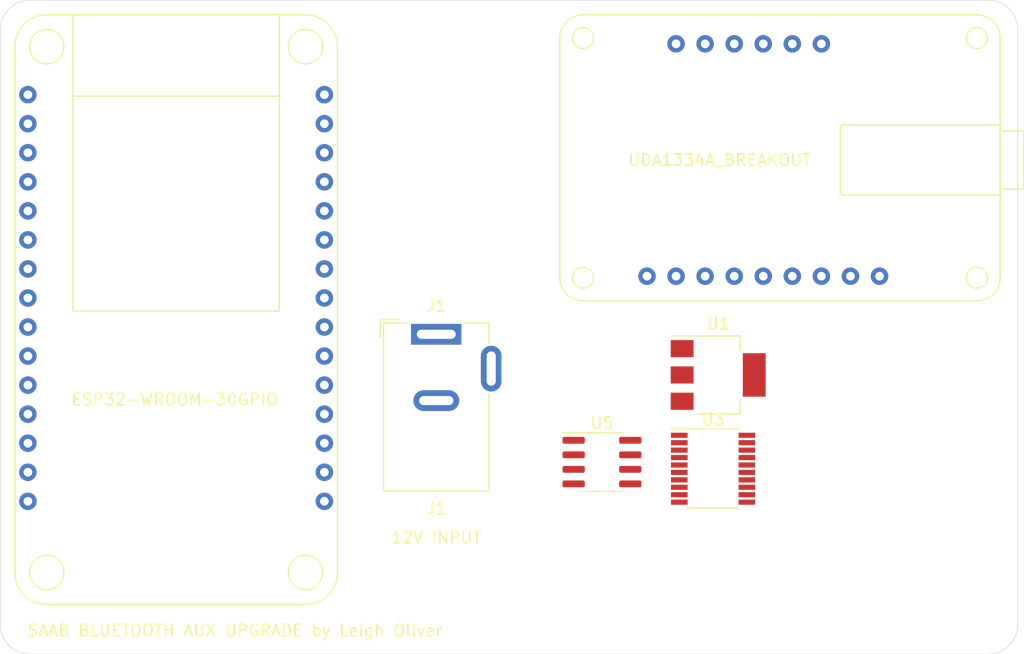
<source format=kicad_pcb>
(kicad_pcb (version 20171130) (host pcbnew 5.1.5-52549c5~86~ubuntu19.04.1)

  (general
    (thickness 1.6)
    (drawings 10)
    (tracks 0)
    (zones 0)
    (modules 6)
    (nets 14)
  )

  (page A4)
  (layers
    (0 F.Cu signal)
    (31 B.Cu signal)
    (32 B.Adhes user)
    (33 F.Adhes user)
    (34 B.Paste user)
    (35 F.Paste user)
    (36 B.SilkS user)
    (37 F.SilkS user)
    (38 B.Mask user)
    (39 F.Mask user)
    (40 Dwgs.User user)
    (41 Cmts.User user)
    (42 Eco1.User user)
    (43 Eco2.User user)
    (44 Edge.Cuts user)
    (45 Margin user)
    (46 B.CrtYd user)
    (47 F.CrtYd user)
    (48 B.Fab user)
    (49 F.Fab user)
  )

  (setup
    (last_trace_width 0.25)
    (user_trace_width 0.5)
    (user_trace_width 0.75)
    (trace_clearance 0.2)
    (zone_clearance 1)
    (zone_45_only no)
    (trace_min 0.2)
    (via_size 0.8)
    (via_drill 0.4)
    (via_min_size 0.4)
    (via_min_drill 0.3)
    (uvia_size 0.3)
    (uvia_drill 0.1)
    (uvias_allowed no)
    (uvia_min_size 0.2)
    (uvia_min_drill 0.1)
    (edge_width 0.05)
    (segment_width 0.2)
    (pcb_text_width 0.3)
    (pcb_text_size 1.5 1.5)
    (mod_edge_width 0.12)
    (mod_text_size 1 1)
    (mod_text_width 0.15)
    (pad_size 1.524 1.524)
    (pad_drill 0)
    (pad_to_mask_clearance 0.051)
    (solder_mask_min_width 0.25)
    (aux_axis_origin 0 0)
    (visible_elements FFFFFF7F)
    (pcbplotparams
      (layerselection 0x010fc_ffffffff)
      (usegerberextensions false)
      (usegerberattributes false)
      (usegerberadvancedattributes false)
      (creategerberjobfile false)
      (excludeedgelayer true)
      (linewidth 0.100000)
      (plotframeref false)
      (viasonmask false)
      (mode 1)
      (useauxorigin false)
      (hpglpennumber 1)
      (hpglpenspeed 20)
      (hpglpendiameter 15.000000)
      (psnegative false)
      (psa4output false)
      (plotreference true)
      (plotvalue true)
      (plotinvisibletext false)
      (padsonsilk false)
      (subtractmaskfromsilk false)
      (outputformat 1)
      (mirror false)
      (drillshape 0)
      (scaleselection 1)
      (outputdirectory "plot/"))
  )

  (net 0 "")
  (net 1 GND)
  (net 2 5VDC)
  (net 3 3VDC)
  (net 4 SPI_CS)
  (net 5 SPI_SCLK)
  (net 6 SPI_MISO)
  (net 7 I2S_DIN)
  (net 8 SPI_MOSI)
  (net 9 I2S_BCLK)
  (net 10 I2S_WSEL)
  (net 11 "Net-(J1-Pad1)")
  (net 12 "Net-(U3-Pad2)")
  (net 13 "Net-(U3-Pad1)")

  (net_class Default "This is the default net class."
    (clearance 0.2)
    (trace_width 0.25)
    (via_dia 0.8)
    (via_drill 0.4)
    (uvia_dia 0.3)
    (uvia_drill 0.1)
    (add_net 3VDC)
    (add_net 5VDC)
    (add_net GND)
    (add_net I2S_BCLK)
    (add_net I2S_DIN)
    (add_net I2S_WSEL)
    (add_net "Net-(C1-Pad1)")
    (add_net "Net-(C2-Pad1)")
    (add_net "Net-(J1-Pad1)")
    (add_net "Net-(R1-Pad1)")
    (add_net "Net-(R2-Pad1)")
    (add_net "Net-(U2-PadEN)")
    (add_net "Net-(U2-PadGPIO1)")
    (add_net "Net-(U2-PadGPIO12)")
    (add_net "Net-(U2-PadGPIO13)")
    (add_net "Net-(U2-PadGPIO14)")
    (add_net "Net-(U2-PadGPIO15)")
    (add_net "Net-(U2-PadGPIO16)")
    (add_net "Net-(U2-PadGPIO17)")
    (add_net "Net-(U2-PadGPIO2)")
    (add_net "Net-(U2-PadGPIO21)")
    (add_net "Net-(U2-PadGPIO27)")
    (add_net "Net-(U2-PadGPIO3)")
    (add_net "Net-(U2-PadGPIO32)")
    (add_net "Net-(U2-PadGPIO33)")
    (add_net "Net-(U2-PadGPIO34)")
    (add_net "Net-(U2-PadGPIO35)")
    (add_net "Net-(U2-PadGPIO36)")
    (add_net "Net-(U2-PadGPIO39)")
    (add_net "Net-(U2-PadGPIO4)")
    (add_net "Net-(U3-Pad1)")
    (add_net "Net-(U3-Pad11)")
    (add_net "Net-(U3-Pad12)")
    (add_net "Net-(U3-Pad13)")
    (add_net "Net-(U3-Pad15)")
    (add_net "Net-(U3-Pad2)")
    (add_net "Net-(U3-Pad3)")
    (add_net "Net-(U3-Pad4)")
    (add_net "Net-(U3-Pad5)")
    (add_net "Net-(U3-Pad6)")
    (add_net "Net-(U3-Pad7)")
    (add_net "Net-(U4-Pad3V0)")
    (add_net "Net-(U4-PadAGND)")
    (add_net "Net-(U4-PadDEEM)")
    (add_net "Net-(U4-PadLout)")
    (add_net "Net-(U4-PadMUTE)")
    (add_net "Net-(U4-PadPLL)")
    (add_net "Net-(U4-PadRout)")
    (add_net "Net-(U4-PadSCLK)")
    (add_net "Net-(U5-Pad5)")
    (add_net "Net-(U5-Pad6)")
    (add_net "Net-(U5-Pad7)")
    (add_net SPI_CS)
    (add_net SPI_MISO)
    (add_net SPI_MOSI)
    (add_net SPI_SCLK)
  )

  (module Package_SO:SOIC-8_3.9x4.9mm_P1.27mm (layer F.Cu) (tedit 5D9F72B1) (tstamp 5ED65BF9)
    (at 147.828 115.316)
    (descr "SOIC, 8 Pin (JEDEC MS-012AA, https://www.analog.com/media/en/package-pcb-resources/package/pkg_pdf/soic_narrow-r/r_8.pdf), generated with kicad-footprint-generator ipc_gullwing_generator.py")
    (tags "SOIC SO")
    (path /5ED6D1AD)
    (attr smd)
    (fp_text reference U5 (at 0 -3.4) (layer F.SilkS)
      (effects (font (size 1 1) (thickness 0.15)))
    )
    (fp_text value MCP2551-I-P (at 0 3.4) (layer F.Fab)
      (effects (font (size 1 1) (thickness 0.15)))
    )
    (fp_text user %R (at 0 0) (layer F.Fab)
      (effects (font (size 0.98 0.98) (thickness 0.15)))
    )
    (fp_line (start 3.7 -2.7) (end -3.7 -2.7) (layer F.CrtYd) (width 0.05))
    (fp_line (start 3.7 2.7) (end 3.7 -2.7) (layer F.CrtYd) (width 0.05))
    (fp_line (start -3.7 2.7) (end 3.7 2.7) (layer F.CrtYd) (width 0.05))
    (fp_line (start -3.7 -2.7) (end -3.7 2.7) (layer F.CrtYd) (width 0.05))
    (fp_line (start -1.95 -1.475) (end -0.975 -2.45) (layer F.Fab) (width 0.1))
    (fp_line (start -1.95 2.45) (end -1.95 -1.475) (layer F.Fab) (width 0.1))
    (fp_line (start 1.95 2.45) (end -1.95 2.45) (layer F.Fab) (width 0.1))
    (fp_line (start 1.95 -2.45) (end 1.95 2.45) (layer F.Fab) (width 0.1))
    (fp_line (start -0.975 -2.45) (end 1.95 -2.45) (layer F.Fab) (width 0.1))
    (fp_line (start 0 -2.56) (end -3.45 -2.56) (layer F.SilkS) (width 0.12))
    (fp_line (start 0 -2.56) (end 1.95 -2.56) (layer F.SilkS) (width 0.12))
    (fp_line (start 0 2.56) (end -1.95 2.56) (layer F.SilkS) (width 0.12))
    (fp_line (start 0 2.56) (end 1.95 2.56) (layer F.SilkS) (width 0.12))
    (pad 8 smd roundrect (at 2.475 -1.905) (size 1.95 0.6) (layers F.Cu F.Paste F.Mask) (roundrect_rratio 0.25))
    (pad 7 smd roundrect (at 2.475 -0.635) (size 1.95 0.6) (layers F.Cu F.Paste F.Mask) (roundrect_rratio 0.25))
    (pad 6 smd roundrect (at 2.475 0.635) (size 1.95 0.6) (layers F.Cu F.Paste F.Mask) (roundrect_rratio 0.25))
    (pad 5 smd roundrect (at 2.475 1.905) (size 1.95 0.6) (layers F.Cu F.Paste F.Mask) (roundrect_rratio 0.25))
    (pad 4 smd roundrect (at -2.475 1.905) (size 1.95 0.6) (layers F.Cu F.Paste F.Mask) (roundrect_rratio 0.25)
      (net 12 "Net-(U3-Pad2)"))
    (pad 3 smd roundrect (at -2.475 0.635) (size 1.95 0.6) (layers F.Cu F.Paste F.Mask) (roundrect_rratio 0.25)
      (net 2 5VDC))
    (pad 2 smd roundrect (at -2.475 -0.635) (size 1.95 0.6) (layers F.Cu F.Paste F.Mask) (roundrect_rratio 0.25)
      (net 1 GND))
    (pad 1 smd roundrect (at -2.475 -1.905) (size 1.95 0.6) (layers F.Cu F.Paste F.Mask) (roundrect_rratio 0.25)
      (net 13 "Net-(U3-Pad1)"))
    (model ${KISYS3DMOD}/Package_SO.3dshapes/SOIC-8_3.9x4.9mm_P1.27mm.wrl
      (at (xyz 0 0 0))
      (scale (xyz 1 1 1))
      (rotate (xyz 0 0 0))
    )
  )

  (module Package_SO:TSSOP-20_4.4x6.5mm_P0.65mm (layer F.Cu) (tedit 5A02F25C) (tstamp 5ED65B93)
    (at 157.538 115.896)
    (descr "20-Lead Plastic Thin Shrink Small Outline (ST)-4.4 mm Body [TSSOP] (see Microchip Packaging Specification 00000049BS.pdf)")
    (tags "SSOP 0.65")
    (path /5ED6B86A)
    (attr smd)
    (fp_text reference U3 (at 0 -4.3) (layer F.SilkS)
      (effects (font (size 1 1) (thickness 0.15)))
    )
    (fp_text value MCP2515-xST (at 0 4.3) (layer F.Fab)
      (effects (font (size 1 1) (thickness 0.15)))
    )
    (fp_text user %R (at 0 0) (layer F.Fab)
      (effects (font (size 0.8 0.8) (thickness 0.15)))
    )
    (fp_line (start -3.75 -3.45) (end 2.225 -3.45) (layer F.SilkS) (width 0.15))
    (fp_line (start -2.225 3.45) (end 2.225 3.45) (layer F.SilkS) (width 0.15))
    (fp_line (start -3.95 3.55) (end 3.95 3.55) (layer F.CrtYd) (width 0.05))
    (fp_line (start -3.95 -3.55) (end 3.95 -3.55) (layer F.CrtYd) (width 0.05))
    (fp_line (start 3.95 -3.55) (end 3.95 3.55) (layer F.CrtYd) (width 0.05))
    (fp_line (start -3.95 -3.55) (end -3.95 3.55) (layer F.CrtYd) (width 0.05))
    (fp_line (start -2.2 -2.25) (end -1.2 -3.25) (layer F.Fab) (width 0.15))
    (fp_line (start -2.2 3.25) (end -2.2 -2.25) (layer F.Fab) (width 0.15))
    (fp_line (start 2.2 3.25) (end -2.2 3.25) (layer F.Fab) (width 0.15))
    (fp_line (start 2.2 -3.25) (end 2.2 3.25) (layer F.Fab) (width 0.15))
    (fp_line (start -1.2 -3.25) (end 2.2 -3.25) (layer F.Fab) (width 0.15))
    (pad 20 smd rect (at 2.95 -2.925) (size 1.45 0.45) (layers F.Cu F.Paste F.Mask)
      (net 2 5VDC))
    (pad 19 smd rect (at 2.95 -2.275) (size 1.45 0.45) (layers F.Cu F.Paste F.Mask))
    (pad 18 smd rect (at 2.95 -1.625) (size 1.45 0.45) (layers F.Cu F.Paste F.Mask)
      (net 4 SPI_CS))
    (pad 17 smd rect (at 2.95 -0.975) (size 1.45 0.45) (layers F.Cu F.Paste F.Mask)
      (net 6 SPI_MISO))
    (pad 16 smd rect (at 2.95 -0.325) (size 1.45 0.45) (layers F.Cu F.Paste F.Mask)
      (net 8 SPI_MOSI))
    (pad 15 smd rect (at 2.95 0.325) (size 1.45 0.45) (layers F.Cu F.Paste F.Mask))
    (pad 14 smd rect (at 2.95 0.975) (size 1.45 0.45) (layers F.Cu F.Paste F.Mask)
      (net 5 SPI_SCLK))
    (pad 13 smd rect (at 2.95 1.625) (size 1.45 0.45) (layers F.Cu F.Paste F.Mask))
    (pad 12 smd rect (at 2.95 2.275) (size 1.45 0.45) (layers F.Cu F.Paste F.Mask))
    (pad 11 smd rect (at 2.95 2.925) (size 1.45 0.45) (layers F.Cu F.Paste F.Mask))
    (pad 10 smd rect (at -2.95 2.925) (size 1.45 0.45) (layers F.Cu F.Paste F.Mask)
      (net 1 GND))
    (pad 9 smd rect (at -2.95 2.275) (size 1.45 0.45) (layers F.Cu F.Paste F.Mask))
    (pad 8 smd rect (at -2.95 1.625) (size 1.45 0.45) (layers F.Cu F.Paste F.Mask))
    (pad 7 smd rect (at -2.95 0.975) (size 1.45 0.45) (layers F.Cu F.Paste F.Mask))
    (pad 6 smd rect (at -2.95 0.325) (size 1.45 0.45) (layers F.Cu F.Paste F.Mask))
    (pad 5 smd rect (at -2.95 -0.325) (size 1.45 0.45) (layers F.Cu F.Paste F.Mask))
    (pad 4 smd rect (at -2.95 -0.975) (size 1.45 0.45) (layers F.Cu F.Paste F.Mask))
    (pad 3 smd rect (at -2.95 -1.625) (size 1.45 0.45) (layers F.Cu F.Paste F.Mask))
    (pad 2 smd rect (at -2.95 -2.275) (size 1.45 0.45) (layers F.Cu F.Paste F.Mask)
      (net 12 "Net-(U3-Pad2)"))
    (pad 1 smd rect (at -2.95 -2.925) (size 1.45 0.45) (layers F.Cu F.Paste F.Mask)
      (net 13 "Net-(U3-Pad1)"))
    (model ${KISYS3DMOD}/Package_SO.3dshapes/TSSOP-20_4.4x6.5mm_P0.65mm.wrl
      (at (xyz 0 0 0))
      (scale (xyz 1 1 1))
      (rotate (xyz 0 0 0))
    )
  )

  (module Package_TO_SOT_SMD:SOT-223-3_TabPin2 (layer F.Cu) (tedit 5A02FF57) (tstamp 5ED65B0D)
    (at 157.988 107.696)
    (descr "module CMS SOT223 4 pins")
    (tags "CMS SOT")
    (path /5ED69E86)
    (attr smd)
    (fp_text reference U1 (at 0 -4.5) (layer F.SilkS)
      (effects (font (size 1 1) (thickness 0.15)))
    )
    (fp_text value MCP1703A-5002_SOT223 (at 0 4.5) (layer F.Fab)
      (effects (font (size 1 1) (thickness 0.15)))
    )
    (fp_line (start 1.85 -3.35) (end 1.85 3.35) (layer F.Fab) (width 0.1))
    (fp_line (start -1.85 3.35) (end 1.85 3.35) (layer F.Fab) (width 0.1))
    (fp_line (start -4.1 -3.41) (end 1.91 -3.41) (layer F.SilkS) (width 0.12))
    (fp_line (start -0.85 -3.35) (end 1.85 -3.35) (layer F.Fab) (width 0.1))
    (fp_line (start -1.85 3.41) (end 1.91 3.41) (layer F.SilkS) (width 0.12))
    (fp_line (start -1.85 -2.35) (end -1.85 3.35) (layer F.Fab) (width 0.1))
    (fp_line (start -1.85 -2.35) (end -0.85 -3.35) (layer F.Fab) (width 0.1))
    (fp_line (start -4.4 -3.6) (end -4.4 3.6) (layer F.CrtYd) (width 0.05))
    (fp_line (start -4.4 3.6) (end 4.4 3.6) (layer F.CrtYd) (width 0.05))
    (fp_line (start 4.4 3.6) (end 4.4 -3.6) (layer F.CrtYd) (width 0.05))
    (fp_line (start 4.4 -3.6) (end -4.4 -3.6) (layer F.CrtYd) (width 0.05))
    (fp_line (start 1.91 -3.41) (end 1.91 -2.15) (layer F.SilkS) (width 0.12))
    (fp_line (start 1.91 3.41) (end 1.91 2.15) (layer F.SilkS) (width 0.12))
    (fp_text user %R (at 0 0 90) (layer F.Fab)
      (effects (font (size 0.8 0.8) (thickness 0.12)))
    )
    (pad 1 smd rect (at -3.15 -2.3) (size 2 1.5) (layers F.Cu F.Paste F.Mask)
      (net 11 "Net-(J1-Pad1)"))
    (pad 3 smd rect (at -3.15 2.3) (size 2 1.5) (layers F.Cu F.Paste F.Mask)
      (net 2 5VDC))
    (pad 2 smd rect (at -3.15 0) (size 2 1.5) (layers F.Cu F.Paste F.Mask)
      (net 1 GND))
    (pad 2 smd rect (at 3.15 0) (size 2 3.8) (layers F.Cu F.Paste F.Mask)
      (net 1 GND))
    (model ${KISYS3DMOD}/Package_TO_SOT_SMD.3dshapes/SOT-223.wrl
      (at (xyz 0 0 0))
      (scale (xyz 1 1 1))
      (rotate (xyz 0 0 0))
    )
  )

  (module Connector_BarrelJack:BarrelJack_Wuerth_6941xx301002 (layer F.Cu) (tedit 5B191DE1) (tstamp 5EB31793)
    (at 133.35 104.14)
    (descr "Wuerth electronics barrel jack connector (5.5mm outher diameter, inner diameter 2.05mm or 2.55mm depending on exact order number), See: http://katalog.we-online.de/em/datasheet/6941xx301002.pdf")
    (tags "connector barrel jack")
    (path /5EB35333)
    (fp_text reference J1 (at 0 -2.5) (layer F.SilkS)
      (effects (font (size 1 1) (thickness 0.15)))
    )
    (fp_text value Barrel_Jack (at 0 15.5) (layer F.Fab)
      (effects (font (size 1 1) (thickness 0.15)))
    )
    (fp_line (start -4.6 -1) (end -2.5 -1) (layer F.SilkS) (width 0.12))
    (fp_line (start 6.2 0.5) (end 5 0.5) (layer F.CrtYd) (width 0.05))
    (fp_line (start 6.2 5.5) (end 5 5.5) (layer F.CrtYd) (width 0.05))
    (fp_line (start 6.2 0.5) (end 6.2 5.5) (layer F.CrtYd) (width 0.05))
    (fp_line (start 5 0.5) (end 5 -1.4) (layer F.CrtYd) (width 0.05))
    (fp_line (start -5 14.1) (end 5 14.1) (layer F.CrtYd) (width 0.05))
    (fp_line (start -5 -1.4) (end -5 14.1) (layer F.CrtYd) (width 0.05))
    (fp_line (start 5 -1.4) (end -5 -1.4) (layer F.CrtYd) (width 0.05))
    (fp_line (start -4.9 -1.3) (end -4.9 0.3) (layer F.SilkS) (width 0.12))
    (fp_line (start -3.2 -1.3) (end -4.9 -1.3) (layer F.SilkS) (width 0.12))
    (fp_line (start 4.6 -1) (end 4.6 0.8) (layer F.SilkS) (width 0.12))
    (fp_line (start 2.5 -1) (end 4.6 -1) (layer F.SilkS) (width 0.12))
    (fp_line (start -4.6 13.7) (end -4.6 -1) (layer F.SilkS) (width 0.12))
    (fp_line (start 4.6 13.7) (end -4.6 13.7) (layer F.SilkS) (width 0.12))
    (fp_text user %R (at 0 15.24) (layer F.SilkS)
      (effects (font (size 1 1) (thickness 0.15)))
    )
    (fp_line (start -4.5 13.6) (end -4.5 0.1) (layer F.Fab) (width 0.1))
    (fp_line (start 4.5 13.6) (end -4.5 13.6) (layer F.Fab) (width 0.1))
    (fp_line (start 4.5 -0.9) (end 4.5 13.6) (layer F.Fab) (width 0.1))
    (fp_line (start 4.5 -0.9) (end -3.5 -0.9) (layer F.Fab) (width 0.1))
    (fp_line (start -4.5 0.1) (end -3.5 -0.9) (layer F.Fab) (width 0.1))
    (fp_line (start 4.6 5.2) (end 4.6 13.7) (layer F.SilkS) (width 0.12))
    (fp_line (start 5 14.1) (end 5 5.5) (layer F.CrtYd) (width 0.05))
    (pad 1 thru_hole rect (at 0 0) (size 4.4 1.8) (drill oval 3.4 0.8) (layers *.Cu *.Mask)
      (net 11 "Net-(J1-Pad1)"))
    (pad 2 thru_hole oval (at 0 5.8) (size 4 1.8) (drill oval 3 0.8) (layers *.Cu *.Mask)
      (net 1 GND))
    (pad 3 thru_hole oval (at 4.8 3 90) (size 4 1.8) (drill oval 3 0.8) (layers *.Cu *.Mask))
    (model ${KISYS3DMOD}/Connector_BarrelJack.3dshapes/BarrelJack_Wuerth_6941xx301002.wrl
      (at (xyz 0 0 0))
      (scale (xyz 1 1 1))
      (rotate (xyz 0 0 0))
    )
  )

  (module custom_footprints:UDA1334A-Breakout (layer F.Cu) (tedit 5EB28740) (tstamp 5EA5F161)
    (at 161.925 88.9)
    (path /5EA5F0CB)
    (fp_text reference U4 (at 0 0.5) (layer F.SilkS) hide
      (effects (font (size 1 1) (thickness 0.15)))
    )
    (fp_text value UDA1334A_BREAKOUT (at -3.81 0) (layer F.SilkS)
      (effects (font (size 1 1) (thickness 0.15)))
    )
    (fp_line (start 22.733 2.54) (end 20.701 2.54) (layer F.SilkS) (width 0.12))
    (fp_line (start 22.733 -2.54) (end 20.701 -2.54) (layer F.SilkS) (width 0.12))
    (fp_line (start 22.733 -2.54) (end 22.733 2.54) (layer F.SilkS) (width 0.12))
    (fp_line (start 6.731 -3.048) (end 6.731 3.048) (layer F.SilkS) (width 0.12))
    (fp_line (start 20.701 -3.048) (end 6.731 -3.048) (layer F.SilkS) (width 0.12))
    (fp_line (start 20.701 3.048) (end 6.731 3.048) (layer F.SilkS) (width 0.12))
    (fp_line (start 20.701 -3.048) (end 20.701 3.048) (layer F.SilkS) (width 0.12))
    (fp_circle (center 18.669 -10.668) (end 19.177 -11.43) (layer F.SilkS) (width 0.12))
    (fp_circle (center 18.669 10.287) (end 19.177 9.525) (layer F.SilkS) (width 0.12))
    (fp_circle (center -15.748 10.287) (end -15.24 9.525) (layer F.SilkS) (width 0.12))
    (fp_circle (center -15.748 -10.668) (end -15.24 -11.43) (layer F.SilkS) (width 0.12))
    (fp_arc (start -15.748 10.287) (end -17.78 10.287) (angle -90) (layer F.SilkS) (width 0.12))
    (fp_arc (start 18.669 10.287) (end 18.669 12.319) (angle -90) (layer F.SilkS) (width 0.12))
    (fp_arc (start 18.669 -10.668) (end 20.701 -10.668) (angle -90) (layer F.SilkS) (width 0.12))
    (fp_arc (start -15.748 -10.668) (end -15.748 -12.7) (angle -90) (layer F.SilkS) (width 0.12))
    (fp_line (start -17.78 10.287) (end -17.78 -10.668) (layer F.SilkS) (width 0.12))
    (fp_line (start 18.669 12.319) (end -15.748 12.319) (layer F.SilkS) (width 0.12))
    (fp_line (start 20.701 -10.668) (end 20.701 10.287) (layer F.SilkS) (width 0.12))
    (fp_line (start -15.748 -12.7) (end 18.669 -12.7) (layer F.SilkS) (width 0.12))
    (pad Rout thru_hole circle (at 10.16 10.16) (size 1.524 1.524) (drill 0.762) (layers *.Cu *.Mask))
    (pad AGND thru_hole circle (at 7.62 10.16) (size 1.524 1.524) (drill 0.762) (layers *.Cu *.Mask))
    (pad Lout thru_hole circle (at 5.08 10.16) (size 1.524 1.524) (drill 0.762) (layers *.Cu *.Mask))
    (pad BCLK thru_hole circle (at 2.54 10.16) (size 1.524 1.524) (drill 0.762) (layers *.Cu *.Mask)
      (net 9 I2S_BCLK))
    (pad DIN thru_hole circle (at 0 10.16) (size 1.524 1.524) (drill 0.762) (layers *.Cu *.Mask)
      (net 7 I2S_DIN))
    (pad WSEL thru_hole circle (at -2.54 10.16) (size 1.524 1.524) (drill 0.762) (layers *.Cu *.Mask)
      (net 10 I2S_WSEL))
    (pad GND thru_hole circle (at -5.08 10.16) (size 1.524 1.524) (drill 0.762) (layers *.Cu *.Mask)
      (net 1 GND))
    (pad VIN thru_hole circle (at -10.16 10.16) (size 1.524 1.524) (drill 0.762) (layers *.Cu *.Mask)
      (net 3 3VDC))
    (pad 3V0 thru_hole circle (at -7.62 10.16) (size 1.524 1.524) (drill 0.762) (layers *.Cu *.Mask))
    (pad DEEM thru_hole circle (at 5.08 -10.16) (size 1.524 1.524) (drill 0.762) (layers *.Cu *.Mask))
    (pad PLL thru_hole circle (at 2.54 -10.16) (size 1.524 1.524) (drill 0.762) (layers *.Cu *.Mask))
    (pad SF0 thru_hole circle (at 0 -10.16) (size 1.524 1.524) (drill 0.762) (layers *.Cu *.Mask)
      (net 1 GND))
    (pad MUTE thru_hole circle (at -2.54 -10.16) (size 1.524 1.524) (drill 0.762) (layers *.Cu *.Mask))
    (pad SF1 thru_hole circle (at -5.08 -10.16) (size 1.524 1.524) (drill 0.762) (layers *.Cu *.Mask)
      (net 1 GND))
    (pad SCLK thru_hole circle (at -7.62 -10.16) (size 1.524 1.524) (drill 0.762) (layers *.Cu *.Mask))
  )

  (module custom_footprints:ESP32-WROOM-30GPIO (layer F.Cu) (tedit 5EB27CA3) (tstamp 5EB2EAA8)
    (at 110.49 101.6)
    (path /5EA5CF06)
    (fp_text reference U2 (at 0 0.5) (layer F.SilkS) hide
      (effects (font (size 1 1) (thickness 0.15)))
    )
    (fp_text value ESP32-WROOM-30GPIO (at 0 8.255) (layer F.SilkS)
      (effects (font (size 1 1) (thickness 0.15)))
    )
    (fp_arc (start -11.176 23.368) (end -13.97 23.368) (angle -90) (layer F.SilkS) (width 0.12))
    (fp_arc (start 11.43 23.368) (end 11.43 26.162) (angle -90) (layer F.SilkS) (width 0.12))
    (fp_arc (start 11.43 -22.606) (end 14.224 -22.606) (angle -90) (layer F.SilkS) (width 0.12))
    (fp_arc (start -11.176 -22.606) (end -11.176 -25.4) (angle -90) (layer F.SilkS) (width 0.12))
    (fp_line (start -8.89 -18.288) (end 9.144 -18.288) (layer F.SilkS) (width 0.12))
    (fp_line (start 9.144 0.508) (end 9.144 -25.4) (layer F.SilkS) (width 0.12))
    (fp_line (start -8.89 -25.4) (end -8.89 0.508) (layer F.SilkS) (width 0.12))
    (fp_line (start -8.89 0.508) (end 9.144 0.508) (layer F.SilkS) (width 0.12))
    (fp_circle (center -11.176 23.368) (end -9.676 23.368) (layer F.SilkS) (width 0.12))
    (fp_circle (center 11.43 23.368) (end 12.93 23.368) (layer F.SilkS) (width 0.12))
    (fp_circle (center 11.43 -22.606) (end 12.93 -22.606) (layer F.SilkS) (width 0.12))
    (fp_circle (center -11.176 -22.606) (end -9.676 -22.606) (layer F.SilkS) (width 0.12))
    (fp_line (start -13.97 23.368) (end -13.97 -22.606) (layer F.SilkS) (width 0.12))
    (fp_line (start 11.43 26.162) (end -11.176 26.162) (layer F.SilkS) (width 0.12))
    (fp_line (start 14.224 -22.606) (end 14.224 23.368) (layer F.SilkS) (width 0.12))
    (fp_line (start -11.176 -25.4) (end 11.43 -25.4) (layer F.SilkS) (width 0.12))
    (pad GPIO32 thru_hole circle (at -12.827 -5.715) (size 1.524 1.524) (drill 0.762) (layers *.Cu *.Mask))
    (pad 3V3 thru_hole circle (at 13.081 17.145) (size 1.524 1.524) (drill 0.762) (layers *.Cu *.Mask)
      (net 3 3VDC))
    (pad GND thru_hole circle (at 13.081 14.605) (size 1.524 1.524) (drill 0.762) (layers *.Cu *.Mask)
      (net 1 GND))
    (pad GPIO15 thru_hole circle (at 13.081 12.065) (size 1.524 1.524) (drill 0.762) (layers *.Cu *.Mask))
    (pad GPIO2 thru_hole circle (at 13.081 9.525) (size 1.524 1.524) (drill 0.762) (layers *.Cu *.Mask))
    (pad GPIO4 thru_hole circle (at 13.081 6.985) (size 1.524 1.524) (drill 0.762) (layers *.Cu *.Mask))
    (pad GPIO16 thru_hole circle (at 13.081 4.445) (size 1.524 1.524) (drill 0.762) (layers *.Cu *.Mask))
    (pad GPIO17 thru_hole circle (at 13.081 1.905) (size 1.524 1.524) (drill 0.762) (layers *.Cu *.Mask))
    (pad GPIO5 thru_hole circle (at 13.081 -0.635) (size 1.524 1.524) (drill 0.762) (layers *.Cu *.Mask)
      (net 4 SPI_CS))
    (pad GPIO18 thru_hole circle (at 13.081 -3.175) (size 1.524 1.524) (drill 0.762) (layers *.Cu *.Mask)
      (net 5 SPI_SCLK))
    (pad GPIO19 thru_hole circle (at 13.081 -5.715) (size 1.524 1.524) (drill 0.762) (layers *.Cu *.Mask)
      (net 6 SPI_MISO))
    (pad GPIO21 thru_hole circle (at 13.081 -8.255) (size 1.524 1.524) (drill 0.762) (layers *.Cu *.Mask))
    (pad GPIO3 thru_hole circle (at 13.081 -10.795) (size 1.524 1.524) (drill 0.762) (layers *.Cu *.Mask))
    (pad GPIO1 thru_hole circle (at 13.081 -13.335) (size 1.524 1.524) (drill 0.762) (layers *.Cu *.Mask))
    (pad GPIO22 thru_hole circle (at 13.081 -15.875) (size 1.524 1.524) (drill 0.762) (layers *.Cu *.Mask)
      (net 7 I2S_DIN))
    (pad GPIO23 thru_hole circle (at 13.081 -18.415) (size 1.524 1.524) (drill 0.762) (layers *.Cu *.Mask)
      (net 8 SPI_MOSI))
    (pad VIN thru_hole circle (at -12.827 17.145) (size 1.524 1.524) (drill 0.762) (layers *.Cu *.Mask)
      (net 2 5VDC))
    (pad GND thru_hole circle (at -12.827 14.605) (size 1.524 1.524) (drill 0.762) (layers *.Cu *.Mask)
      (net 1 GND))
    (pad GPIO13 thru_hole circle (at -12.827 12.065) (size 1.524 1.524) (drill 0.762) (layers *.Cu *.Mask))
    (pad GPIO12 thru_hole circle (at -12.827 9.525) (size 1.524 1.524) (drill 0.762) (layers *.Cu *.Mask))
    (pad GPIO14 thru_hole circle (at -12.827 6.985) (size 1.524 1.524) (drill 0.762) (layers *.Cu *.Mask))
    (pad GPIO27 thru_hole circle (at -12.827 4.445) (size 1.524 1.524) (drill 0.762) (layers *.Cu *.Mask))
    (pad GPIO26 thru_hole circle (at -12.827 1.905) (size 1.524 1.524) (drill 0.762) (layers *.Cu *.Mask)
      (net 9 I2S_BCLK))
    (pad GPIO25 thru_hole circle (at -12.827 -0.635) (size 1.524 1.524) (drill 0.762) (layers *.Cu *.Mask)
      (net 10 I2S_WSEL))
    (pad GPIO33 thru_hole circle (at -12.827 -3.175) (size 1.524 1.524) (drill 0.762) (layers *.Cu *.Mask))
    (pad GPIO35 thru_hole circle (at -12.827 -8.255) (size 1.524 1.524) (drill 0.762) (layers *.Cu *.Mask))
    (pad GPIO34 thru_hole circle (at -12.827 -10.795) (size 1.524 1.524) (drill 0.762) (layers *.Cu *.Mask))
    (pad GPIO39 thru_hole circle (at -12.827 -13.335) (size 1.524 1.524) (drill 0.762) (layers *.Cu *.Mask))
    (pad GPIO36 thru_hole circle (at -12.827 -15.875) (size 1.524 1.524) (drill 0.762) (layers *.Cu *.Mask))
    (pad EN thru_hole circle (at -12.827 -18.415) (size 1.524 1.524) (drill 0.762) (layers *.Cu *.Mask))
  )

  (gr_text "12V INPUT" (at 133.35 121.92) (layer F.SilkS)
    (effects (font (size 1 1) (thickness 0.15)))
  )
  (gr_text "SAAB BLUETOOTH AUX UPGRADE by Leigh Oliver" (at 97.536 130.048) (layer F.SilkS)
    (effects (font (size 1 1) (thickness 0.15)) (justify left))
  )
  (gr_arc (start 97.79 129.54) (end 95.25 129.54) (angle -90) (layer Edge.Cuts) (width 0.05) (tstamp 5EB319CD))
  (gr_arc (start 181.61 129.54) (end 181.61 132.08) (angle -90) (layer Edge.Cuts) (width 0.05) (tstamp 5EB319CD))
  (gr_arc (start 181.61 77.47) (end 184.15 77.47) (angle -90) (layer Edge.Cuts) (width 0.05) (tstamp 5EB319CD))
  (gr_arc (start 97.79 77.47) (end 97.79 74.93) (angle -90) (layer Edge.Cuts) (width 0.05))
  (gr_line (start 95.25 129.54) (end 95.25 77.47) (layer Edge.Cuts) (width 0.05) (tstamp 5EB315FD))
  (gr_line (start 181.61 132.08) (end 97.79 132.08) (layer Edge.Cuts) (width 0.05))
  (gr_line (start 184.15 77.47) (end 184.15 129.54) (layer Edge.Cuts) (width 0.05))
  (gr_line (start 97.79 74.93) (end 181.61 74.93) (layer Edge.Cuts) (width 0.05))

)

</source>
